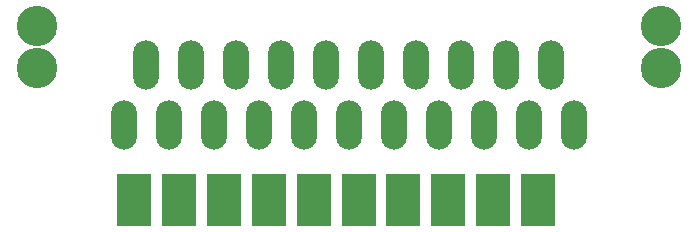
<source format=gts>
G04 #@! TF.GenerationSoftware,KiCad,Pcbnew,(5.1.0)-1*
G04 #@! TF.CreationDate,2019-08-12T14:02:23-04:00*
G04 #@! TF.ProjectId,JP21M_to_EUROF,4a503231-4d5f-4746-9f5f-4555524f462e,rev?*
G04 #@! TF.SameCoordinates,Original*
G04 #@! TF.FileFunction,Soldermask,Top*
G04 #@! TF.FilePolarity,Negative*
%FSLAX46Y46*%
G04 Gerber Fmt 4.6, Leading zero omitted, Abs format (unit mm)*
G04 Created by KiCad (PCBNEW (5.1.0)-1) date 2019-08-12 14:02:23*
%MOMM*%
%LPD*%
G04 APERTURE LIST*
%ADD10C,3.422600*%
%ADD11O,2.184400X4.165600*%
%ADD12R,2.900000X4.400000*%
G04 APERTURE END LIST*
D10*
X160216000Y-77048000D03*
X160216000Y-80604000D03*
X107384000Y-77048000D03*
X107384000Y-80604000D03*
D11*
X152850000Y-85430000D03*
X150945000Y-80350000D03*
X149040000Y-85430000D03*
X147135000Y-80350000D03*
X145230000Y-85430000D03*
X143325000Y-80350000D03*
X141420000Y-85430000D03*
X139515000Y-80350000D03*
X137610000Y-85430000D03*
X135705000Y-80350000D03*
X133800000Y-85430000D03*
X131895000Y-80350000D03*
X129990000Y-85430000D03*
X128085000Y-80350000D03*
X126180000Y-85430000D03*
X124275000Y-80350000D03*
X122370000Y-85430000D03*
X120465000Y-80350000D03*
X118560000Y-85430000D03*
X116655000Y-80350000D03*
X114750000Y-85430000D03*
D12*
X149825000Y-91850000D03*
X146025000Y-91850000D03*
X142225000Y-91850000D03*
X138425000Y-91850000D03*
X134625000Y-91850000D03*
X130825000Y-91850000D03*
X127025000Y-91850000D03*
X123225000Y-91850000D03*
X119425000Y-91850000D03*
X115625000Y-91850000D03*
M02*

</source>
